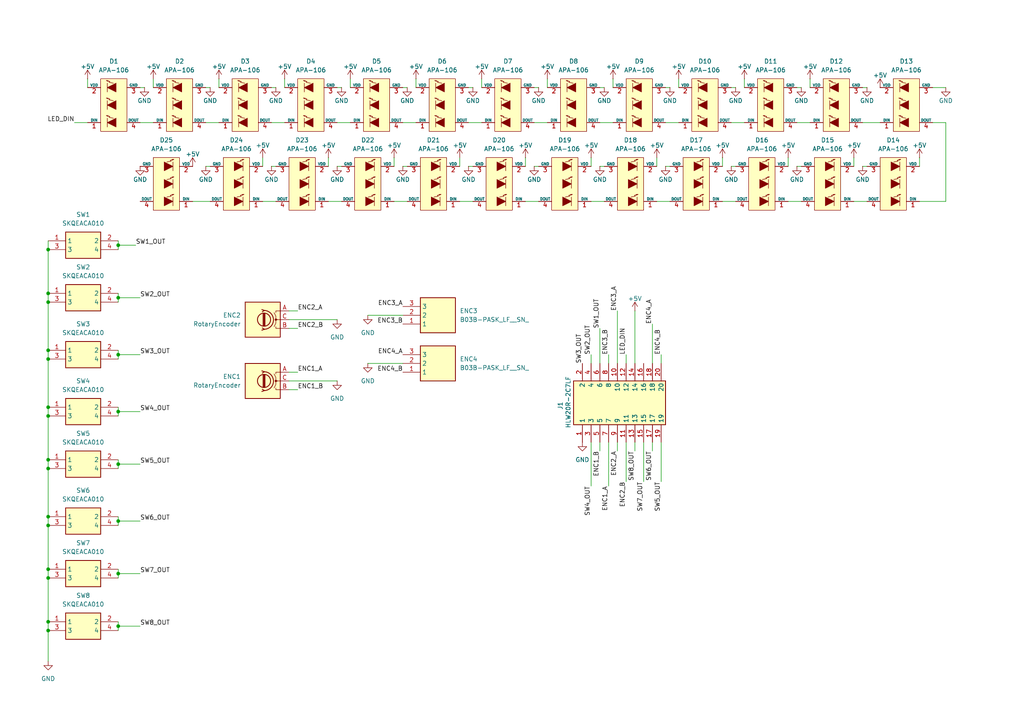
<source format=kicad_sch>
(kicad_sch (version 20250114) (generator "eeschema") (generator_version "9.0")
  (paper "A4")
  (lib_symbols
    (symbol "Device:RotaryEncoder" (pin_names (offset 0.254) (hide yes))
      (property "Reference" "SW" (at 0 6.604 0))
      (property "Value" "RotaryEncoder" (at 0 -6.604 0))
      (symbol "RotaryEncoder_0_1"
        (rectangle (start -5.08 5.08) (end 5.08 -5.08) (stroke (width 0.254)) (fill (type background)))
        (polyline (pts (xy -5.08 2.54) (xy -3.81 2.54) (xy -3.81 2.032)))
        (polyline (pts (xy -5.08 0) (xy -3.81 0) (xy -3.81 -1.016) (xy -3.302 -2.032)))
        (polyline (pts (xy -5.08 -2.54) (xy -3.81 -2.54) (xy -3.81 -2.032)))
        (polyline (pts (xy -4.318 0) (xy -3.81 0) (xy -3.81 1.016) (xy -3.302 2.032)))
        (circle (center -3.81 0) (radius 0.254) (fill (type outline)))
        (polyline (pts (xy -0.635 -1.778) (xy -0.635 1.778)) (stroke (width 0.254)))
        (circle (center -0.381 0) (radius 1.905) (stroke (width 0.254)))
        (polyline (pts (xy -0.381 -1.778) (xy -0.381 1.778)) (stroke (width 0.254)))
        (arc (start -0.381 -2.794) (mid -3.0988 -0.0635) (end -0.381 2.667) (stroke (width 0.254)))
        (polyline (pts (xy -0.127 1.778) (xy -0.127 -1.778)) (stroke (width 0.254)))
        (polyline (pts (xy 0.254 2.921) (xy -0.508 2.667) (xy 0.127 2.286)) (stroke (width 0.254)))
        (polyline (pts (xy 0.254 -3.048) (xy -0.508 -2.794) (xy 0.127 -2.413)) (stroke (width 0.254)))
      )
      (symbol "RotaryEncoder_1_1"
        (pin passive line (at -7.62 2.54 0) (length 2.54) (name "A") (number "A"))
        (pin passive line (at -7.62 0 0) (length 2.54) (name "C") (number "C"))
        (pin passive line (at -7.62 -2.54 0) (length 2.54) (name "B") (number "B"))
      )
    )
    (symbol "SamacSys_Parts:APA-106" (pin_names (offset 0))
      (property "Reference" "D" (at 0 8.89 0))
      (property "Value" "APA-106" (at 0 -8.89 0))
      (symbol "APA-106_0_1"
        (polyline (pts (xy -1.905 6.35) (xy -1.905 3.81) (xy -1.905 3.81)))
        (polyline (pts (xy -1.905 1.27) (xy -1.905 -1.27) (xy -1.905 -1.27)))
        (polyline (pts (xy -1.905 -3.81) (xy -1.905 -6.35) (xy -1.905 -6.35)))
        (polyline (pts (xy -1.651 7.112) (xy -2.159 7.112) (xy -1.651 6.858) (xy -1.651 6.858)))
        (polyline (pts (xy -1.651 2.032) (xy -2.159 2.032) (xy -1.651 1.778) (xy -1.651 1.778)))
        (polyline (pts (xy -1.651 -3.048) (xy -2.159 -3.048) (xy -1.651 -3.302) (xy -1.651 -3.302)))
        (polyline (pts (xy -0.127 6.35) (xy -1.397 6.604) (xy -1.143 6.858) (xy -2.159 7.112) (xy -2.159 7.112) (xy -2.159 7.112)))
        (polyline (pts (xy -0.127 1.27) (xy -1.397 1.524) (xy -1.143 1.778) (xy -2.159 2.032) (xy -2.159 2.032) (xy -2.159 2.032)))
        (polyline (pts (xy -0.127 -3.81) (xy -1.397 -3.556) (xy -1.143 -3.302) (xy -2.159 -3.048) (xy -2.159 -3.048) (xy -2.159 -3.048)))
        (polyline (pts (xy 0.635 6.35) (xy 0.635 3.81) (xy -1.905 5.08) (xy 0.635 6.35) (xy 0.635 6.35) (xy 0.635 6.35)) (fill (type outline)))
        (polyline (pts (xy 0.635 1.27) (xy 0.635 -1.27) (xy -1.905 0) (xy 0.635 1.27) (xy 0.635 1.27) (xy 0.635 1.27)) (fill (type outline)))
        (polyline (pts (xy 0.635 -3.81) (xy 0.635 -6.35) (xy -1.905 -5.08) (xy 0.635 -3.81) (xy 0.635 -3.81) (xy 0.635 -3.81)) (fill (type outline)))
        (rectangle (start 3.81 7.62) (end -3.81 -7.62) (fill (type background)))
      )
      (symbol "APA-106_1_1"
        (pin passive line (at -7.62 5.08 0) (length 3.81) (name "VDD") (number "2"))
        (pin input line (at -7.62 -5.08 0) (length 3.81) (name "DIN") (number "1"))
        (pin passive line (at 7.62 5.08 180) (length 3.81) (name "GND") (number "3"))
        (pin output line (at 7.62 -5.08 180) (length 3.81) (name "DOUT") (number "4"))
      )
    )
    (symbol "SamacSys_Parts:B03B-PASK_LF__SN_"
      (property "Reference" "J" (at 16.51 7.62 0))
      (property "Value" "B03B-PASK_LF__SN_" (at 16.51 5.08 0))
      (symbol "B03B-PASK_LF__SN__1_1"
        (rectangle (start 5.08 2.54) (end 15.24 -7.62) (stroke (width 0.254)) (fill (type background)))
        (pin passive line (at 0 0 0) (length 5.08) (name "3") (number "3"))
        (pin passive line (at 0 -2.54 0) (length 5.08) (name "2") (number "2"))
        (pin passive line (at 0 -5.08 0) (length 5.08) (name "1") (number "1"))
      )
    )
    (symbol "SamacSys_Parts:HLW20R-2C7LF"
      (property "Reference" "J" (at 9.398 7.112 0))
      (property "Value" "HLW20R-2C7LF" (at 4.064 4.826 0))
      (symbol "HLW20R-2C7LF_1_1"
        (rectangle (start 5.08 2.54) (end 17.78 -24.13) (stroke (width 0.254)) (fill (type background)))
        (pin passive line (at 0 0 0) (length 5.08) (name "1") (number "1"))
        (pin passive line (at 0 -2.54 0) (length 5.08) (name "3") (number "3"))
        (pin passive line (at 0 -5.08 0) (length 5.08) (name "5") (number "5"))
        (pin passive line (at 0 -7.62 0) (length 5.08) (name "7") (number "7"))
        (pin passive line (at 0 -10.16 0) (length 5.08) (name "9") (number "9"))
        (pin passive line (at 0 -12.7 0) (length 5.08) (name "11") (number "11"))
        (pin passive line (at 0 -15.24 0) (length 5.08) (name "13") (number "13"))
        (pin passive line (at 0 -17.78 0) (length 5.08) (name "15") (number "15"))
        (pin input line (at 0 -20.32 0) (length 5.08) (name "17") (number "17"))
        (pin input line (at 0 -22.86 0) (length 5.08) (name "19") (number "19"))
        (pin passive line (at 22.86 0 180) (length 5.08) (name "2") (number "2"))
        (pin passive line (at 22.86 -2.54 180) (length 5.08) (name "4") (number "4"))
        (pin passive line (at 22.86 -5.08 180) (length 5.08) (name "6") (number "6"))
        (pin passive line (at 22.86 -7.62 180) (length 5.08) (name "8") (number "8"))
        (pin passive line (at 22.86 -10.16 180) (length 5.08) (name "10") (number "10"))
        (pin passive line (at 22.86 -12.7 180) (length 5.08) (name "12") (number "12"))
        (pin passive line (at 22.86 -15.24 180) (length 5.08) (name "14") (number "14"))
        (pin passive line (at 22.86 -17.78 180) (length 5.08) (name "16") (number "16"))
        (pin input line (at 22.86 -20.32 180) (length 5.08) (name "18") (number "18"))
        (pin input line (at 22.86 -22.86 180) (length 5.08) (name "20") (number "20"))
      )
    )
    (symbol "SamacSys_Parts:SKQEACA010"
      (property "Reference" "SW" (at 8.89 6.35 0))
      (property "Value" "SKQEACA010" (at 4.572 4.318 0))
      (symbol "SKQEACA010_1_1"
        (rectangle (start 5.08 2.54) (end 15.24 -5.08) (stroke (width 0.254)) (fill (type background)))
        (pin passive line (at 0 0 0) (length 5.08) (name "1") (number "1"))
        (pin passive line (at 0 -2.54 0) (length 5.08) (name "3") (number "3"))
        (pin passive line (at 20.32 0 180) (length 5.08) (name "2") (number "2"))
        (pin passive line (at 20.32 -2.54 180) (length 5.08) (name "4") (number "4"))
      )
    )
    (symbol "power:+5V" (power) (pin_numbers (hide yes)) (pin_names (offset 0) (hide yes))
      (property "Value" "+5V" (at 0 3.556 0))
      (symbol "+5V_0_1"
        (polyline (pts (xy -0.762 1.27) (xy 0 2.54)))
        (polyline (pts (xy 0 2.54) (xy 0.762 1.27)))
        (polyline (pts (xy 0 0) (xy 0 2.54)))
      )
      (symbol "+5V_1_1"
        (pin power_in line (at 0 0 90) (length 0) (name "~") (number "1"))
      )
    )
    (symbol "power:GND" (power) (pin_numbers (hide yes)) (pin_names (offset 0) (hide yes))
      (property "Value" "GND" (at 0 -3.81 0))
      (symbol "GND_0_1"
        (polyline (pts (xy 0 0) (xy 0 -1.27) (xy 1.27 -1.27) (xy 0 -2.54) (xy -1.27 -1.27) (xy 0 -1.27)))
      )
      (symbol "GND_1_1"
        (pin power_in line (at 0 0 270) (length 0) (name "~") (number "1"))
      )
    )
  )
  (junction (at 13.97 180.34))
  (junction (at 34.29 102.87))
  (junction (at 13.97 149.86))
  (junction (at 13.97 182.88))
  (junction (at 34.29 71.12))
  (junction (at 13.97 87.63))
  (junction (at 34.29 119.38))
  (junction (at 13.97 101.6))
  (junction (at 13.97 152.4))
  (junction (at 13.97 118.11))
  (junction (at 34.29 86.36))
  (junction (at 13.97 85.09))
  (junction (at 13.97 135.89))
  (junction (at 13.97 165.1))
  (junction (at 13.97 167.64))
  (junction (at 34.29 134.62))
  (junction (at 34.29 151.13))
  (junction (at 13.97 133.35))
  (junction (at 13.97 104.14))
  (junction (at 34.29 181.61))
  (junction (at 13.97 120.65))
  (junction (at 13.97 72.39))
  (junction (at 34.29 166.37))
  (wire (pts (xy 173.99 48.26) (xy 175.26 48.26)))
  (wire (pts (xy 175.26 25.4) (xy 173.99 25.4)))
  (wire (pts (xy 82.55 22.86) (xy 82.55 25.4)))
  (wire (pts (xy 34.29 149.86) (xy 34.29 151.13)))
  (wire (pts (xy 209.55 45.72) (xy 209.55 48.26)))
  (wire (pts (xy 171.45 58.42) (xy 175.26 58.42)))
  (wire (pts (xy 213.36 25.4) (xy 212.09 25.4)))
  (wire (pts (xy 13.97 149.86) (xy 13.97 152.4)))
  (wire (pts (xy 181.61 102.87) (xy 181.61 105.41)))
  (wire (pts (xy 114.3 58.42) (xy 118.11 58.42)))
  (wire (pts (xy 34.29 180.34) (xy 34.29 181.61)))
  (wire (pts (xy 13.97 165.1) (xy 13.97 167.64)))
  (wire (pts (xy 34.29 102.87) (xy 40.64 102.87)))
  (wire (pts (xy 189.23 130.81) (xy 189.23 128.27)))
  (wire (pts (xy 191.77 128.27) (xy 191.77 139.7)))
  (wire (pts (xy 34.29 119.38) (xy 40.64 119.38)))
  (wire (pts (xy 251.46 25.4) (xy 250.19 25.4)))
  (wire (pts (xy 13.97 133.35) (xy 13.97 135.89)))
  (wire (pts (xy 34.29 134.62) (xy 34.29 135.89)))
  (wire (pts (xy 231.14 48.26) (xy 232.41 48.26)))
  (wire (pts (xy 34.29 166.37) (xy 34.29 167.64)))
  (wire (pts (xy 152.4 45.72) (xy 152.4 48.26)))
  (wire (pts (xy 171.45 128.27) (xy 171.45 140.97)))
  (wire (pts (xy 59.69 35.56) (xy 63.5 35.56)))
  (wire (pts (xy 184.15 90.17) (xy 184.15 105.41)))
  (wire (pts (xy 184.15 128.27) (xy 184.15 130.81)))
  (wire (pts (xy 176.53 128.27) (xy 176.53 140.97)))
  (wire (pts (xy 106.68 91.44) (xy 116.84 91.44)))
  (wire (pts (xy 209.55 58.42) (xy 213.36 58.42)))
  (wire (pts (xy 190.5 58.42) (xy 194.31 58.42)))
  (wire (pts (xy 76.2 58.42) (xy 80.01 58.42)))
  (wire (pts (xy 13.97 135.89) (xy 13.97 149.86)))
  (wire (pts (xy 34.29 118.11) (xy 34.29 119.38)))
  (wire (pts (xy 34.29 134.62) (xy 40.64 134.62)))
  (wire (pts (xy 34.29 165.1) (xy 34.29 166.37)))
  (wire (pts (xy 97.79 35.56) (xy 101.6 35.56)))
  (wire (pts (xy 191.77 102.87) (xy 191.77 105.41)))
  (wire (pts (xy 139.7 22.86) (xy 139.7 25.4)))
  (wire (pts (xy 34.29 102.87) (xy 34.29 104.14)))
  (wire (pts (xy 118.11 25.4) (xy 116.84 25.4)))
  (wire (pts (xy 274.32 58.42) (xy 266.7 58.42)))
  (wire (pts (xy 154.94 48.26) (xy 156.21 48.26)))
  (wire (pts (xy 83.82 90.17) (xy 86.36 90.17)))
  (wire (pts (xy 270.51 35.56) (xy 274.32 35.56)))
  (wire (pts (xy 212.09 35.56) (xy 215.9 35.56)))
  (wire (pts (xy 135.89 48.26) (xy 137.16 48.26)))
  (wire (pts (xy 78.74 48.26) (xy 80.01 48.26)))
  (wire (pts (xy 34.29 119.38) (xy 34.29 120.65)))
  (wire (pts (xy 97.79 92.71) (xy 83.82 92.71)))
  (wire (pts (xy 34.29 181.61) (xy 40.64 181.61)))
  (wire (pts (xy 173.99 35.56) (xy 177.8 35.56)))
  (wire (pts (xy 13.97 85.09) (xy 13.97 87.63)))
  (wire (pts (xy 55.88 58.42) (xy 60.96 58.42)))
  (wire (pts (xy 13.97 152.4) (xy 13.97 165.1)))
  (wire (pts (xy 152.4 58.42) (xy 156.21 58.42)))
  (wire (pts (xy 59.69 48.26) (xy 60.96 48.26)))
  (wire (pts (xy 44.45 22.86) (xy 44.45 25.4)))
  (wire (pts (xy 101.6 22.86) (xy 101.6 25.4)))
  (wire (pts (xy 13.97 120.65) (xy 13.97 133.35)))
  (wire (pts (xy 83.82 113.03) (xy 86.36 113.03)))
  (wire (pts (xy 181.61 128.27) (xy 181.61 139.7)))
  (wire (pts (xy 179.07 90.17) (xy 179.07 105.41)))
  (wire (pts (xy 171.45 102.87) (xy 171.45 105.41)))
  (wire (pts (xy 13.97 87.63) (xy 13.97 101.6)))
  (wire (pts (xy 120.65 22.86) (xy 120.65 25.4)))
  (wire (pts (xy 13.97 167.64) (xy 13.97 180.34)))
  (wire (pts (xy 190.5 45.72) (xy 190.5 48.26)))
  (wire (pts (xy 228.6 58.42) (xy 232.41 58.42)))
  (wire (pts (xy 13.97 69.85) (xy 13.97 72.39)))
  (wire (pts (xy 13.97 180.34) (xy 13.97 182.88)))
  (wire (pts (xy 177.8 22.86) (xy 177.8 25.4)))
  (wire (pts (xy 266.7 45.72) (xy 266.7 48.26)))
  (wire (pts (xy 194.31 25.4) (xy 193.04 25.4)))
  (wire (pts (xy 193.04 48.26) (xy 194.31 48.26)))
  (wire (pts (xy 13.97 182.88) (xy 13.97 191.77)))
  (wire (pts (xy 232.41 25.4) (xy 231.14 25.4)))
  (wire (pts (xy 13.97 118.11) (xy 13.97 120.65)))
  (wire (pts (xy 247.65 58.42) (xy 251.46 58.42)))
  (wire (pts (xy 34.29 71.12) (xy 34.29 72.39)))
  (wire (pts (xy 176.53 102.87) (xy 176.53 105.41)))
  (wire (pts (xy 193.04 35.56) (xy 196.85 35.56)))
  (wire (pts (xy 215.9 22.86) (xy 215.9 25.4)))
  (wire (pts (xy 189.23 93.98) (xy 189.23 105.41)))
  (wire (pts (xy 186.69 128.27) (xy 186.69 139.7)))
  (wire (pts (xy 25.4 22.86) (xy 25.4 25.4)))
  (wire (pts (xy 13.97 101.6) (xy 13.97 104.14)))
  (wire (pts (xy 137.16 25.4) (xy 135.89 25.4)))
  (wire (pts (xy 99.06 25.4) (xy 97.79 25.4)))
  (wire (pts (xy 250.19 48.26) (xy 251.46 48.26)))
  (wire (pts (xy 34.29 181.61) (xy 34.29 182.88)))
  (wire (pts (xy 133.35 45.72) (xy 133.35 48.26)))
  (wire (pts (xy 13.97 104.14) (xy 13.97 118.11)))
  (wire (pts (xy 80.01 25.4) (xy 78.74 25.4)))
  (wire (pts (xy 116.84 35.56) (xy 120.65 35.56)))
  (wire (pts (xy 133.35 58.42) (xy 137.16 58.42)))
  (wire (pts (xy 196.85 22.86) (xy 196.85 25.4)))
  (wire (pts (xy 97.79 48.26) (xy 99.06 48.26)))
  (wire (pts (xy 83.82 95.25) (xy 86.36 95.25)))
  (wire (pts (xy 179.07 128.27) (xy 179.07 130.81)))
  (wire (pts (xy 34.29 151.13) (xy 40.64 151.13)))
  (wire (pts (xy 41.91 25.4) (xy 40.64 25.4)))
  (wire (pts (xy 231.14 35.56) (xy 234.95 35.56)))
  (wire (pts (xy 76.2 45.72) (xy 76.2 48.26)))
  (wire (pts (xy 274.32 25.4) (xy 270.51 25.4)))
  (wire (pts (xy 158.75 22.86) (xy 158.75 25.4)))
  (wire (pts (xy 228.6 45.72) (xy 228.6 48.26)))
  (wire (pts (xy 34.29 85.09) (xy 34.29 86.36)))
  (wire (pts (xy 234.95 22.86) (xy 234.95 25.4)))
  (wire (pts (xy 34.29 71.12) (xy 39.37 71.12)))
  (wire (pts (xy 274.32 35.56) (xy 274.32 58.42)))
  (wire (pts (xy 171.45 45.72) (xy 171.45 48.26)))
  (wire (pts (xy 34.29 69.85) (xy 34.29 71.12)))
  (wire (pts (xy 83.82 107.95) (xy 86.36 107.95)))
  (wire (pts (xy 34.29 101.6) (xy 34.29 102.87)))
  (wire (pts (xy 247.65 45.72) (xy 247.65 48.26)))
  (wire (pts (xy 114.3 45.72) (xy 114.3 48.26)))
  (wire (pts (xy 116.84 48.26) (xy 118.11 48.26)))
  (wire (pts (xy 154.94 35.56) (xy 158.75 35.56)))
  (wire (pts (xy 212.09 48.26) (xy 213.36 48.26)))
  (wire (pts (xy 173.99 95.25) (xy 173.99 105.41)))
  (wire (pts (xy 250.19 35.56) (xy 255.27 35.56)))
  (wire (pts (xy 34.29 86.36) (xy 34.29 87.63)))
  (wire (pts (xy 135.89 35.56) (xy 139.7 35.56)))
  (wire (pts (xy 13.97 72.39) (xy 13.97 85.09)))
  (wire (pts (xy 78.74 35.56) (xy 82.55 35.56)))
  (wire (pts (xy 34.29 151.13) (xy 34.29 152.4)))
  (wire (pts (xy 34.29 166.37) (xy 40.64 166.37)))
  (wire (pts (xy 34.29 86.36) (xy 40.64 86.36)))
  (wire (pts (xy 106.68 105.41) (xy 116.84 105.41)))
  (wire (pts (xy 95.25 58.42) (xy 99.06 58.42)))
  (wire (pts (xy 173.99 128.27) (xy 173.99 130.81)))
  (wire (pts (xy 21.59 35.56) (xy 25.4 35.56)))
  (wire (pts (xy 34.29 133.35) (xy 34.29 134.62)))
  (wire (pts (xy 63.5 22.86) (xy 63.5 25.4)))
  (wire (pts (xy 156.21 25.4) (xy 154.94 25.4)))
  (wire (pts (xy 95.25 45.72) (xy 95.25 48.26)))
  (wire (pts (xy 40.64 35.56) (xy 44.45 35.56)))
  (wire (pts (xy 60.96 25.4) (xy 59.69 25.4)))
  (wire (pts (xy 97.79 110.49) (xy 83.82 110.49)))
  (label "SW4_OUT" (at 40.64 119.38 0))
  (label "ENC1_B" (at 86.36 113.03 0))
  (label "ENC4_A" (at 189.23 93.98 90))
  (label "ENC3_A" (at 179.07 90.17 90))
  (label "SW2_OUT" (at 40.64 86.36 0))
  (label "SW3_OUT" (at 168.91 105.41 90))
  (label "SW2_OUT" (at 171.45 102.87 90))
  (label "ENC3_B" (at 176.53 102.87 90))
  (label "SW7_OUT" (at 186.69 139.7 270))
  (label "ENC2_A" (at 86.36 90.17 0))
  (label "SW5_OUT" (at 40.64 134.62 0))
  (label "SW4_OUT" (at 171.45 140.97 270))
  (label "SW1_OUT" (at 39.37 71.12 0))
  (label "SW6_OUT" (at 40.64 151.13 0))
  (label "SW7_OUT" (at 40.64 166.37 0))
  (label "ENC3_B" (at 116.84 93.98 180))
  (label "LED_DIN" (at 21.59 35.56 180))
  (label "ENC1_A" (at 176.53 140.97 270))
  (label "ENC2_B" (at 181.61 139.7 270))
  (label "SW3_OUT" (at 40.64 102.87 0))
  (label "ENC2_B" (at 86.36 95.25 0))
  (label "ENC1_B" (at 173.99 130.81 270))
  (label "ENC4_B" (at 116.84 107.95 180))
  (label "ENC2_A" (at 179.07 130.81 270))
  (label "LED_DIN" (at 181.61 102.87 90))
  (label "SW1_OUT" (at 173.99 95.25 90))
  (label "SW5_OUT" (at 191.77 139.7 270))
  (label "ENC3_A" (at 116.84 88.9 180))
  (label "SW8_OUT" (at 40.64 181.61 0))
  (label "ENC4_B" (at 191.77 102.87 90))
  (label "ENC4_A" (at 116.84 102.87 180))
  (label "ENC1_A" (at 86.36 107.95 0))
  (label "SW8_OUT" (at 184.15 130.81 270))
  (label "SW6_OUT" (at 189.23 130.81 270))
  (symbol (lib_id "power:+5V") (at 266.7 45.72 0) (mirror y) (unit 1)
    (property "Reference" "#PWR027" (effects (hide yes)))
    (property "Value" "+5V" (at 266.7 42.164 0))
    (property "Description" "Power symbol creates a global label with name \"+5V\"" (effects (hide yes)))
  )
  (symbol (lib_id "power:GND") (at 135.89 48.26 0) (mirror y) (unit 1)
    (property "Reference" "#PWR040" (effects (hide yes)))
    (property "Value" "GND" (at 135.89 52.07 0))
    (property "Description" "Power symbol creates a global label with name \"GND\" , ground" (effects (hide yes)))
  )
  (symbol (lib_id "power:+5V") (at 215.9 22.86 0) (unit 1)
    (property "Reference" "#PWR022" (effects (hide yes)))
    (property "Value" "+5V" (at 215.9 19.304 0))
    (property "Description" "Power symbol creates a global label with name \"+5V\"" (effects (hide yes)))
  )
  (symbol (lib_id "power:GND") (at 97.79 48.26 0) (mirror y) (unit 1)
    (property "Reference" "#PWR044" (effects (hide yes)))
    (property "Value" "GND" (at 97.79 52.07 0))
    (property "Description" "Power symbol creates a global label with name \"GND\" , ground" (effects (hide yes)))
  )
  (symbol (lib_id "SamacSys_Parts:APA-106") (at 262.89 30.48 0) (unit 1)
    (property "Reference" "D13" (at 262.89 17.78 0))
    (property "Value" "APA-106" (at 262.89 20.32 0))
    (property "Footprint" "SamacSys_Parts:APA-106-F5" (effects (hide yes)))
  )
  (symbol (lib_id "power:GND") (at 251.46 25.4 0) (unit 1)
    (property "Reference" "#PWR025" (effects (hide yes)))
    (property "Value" "GND" (at 251.46 29.21 0))
    (property "Description" "Power symbol creates a global label with name \"GND\" , ground" (effects (hide yes)))
  )
  (symbol (lib_id "power:GND") (at 106.68 91.44 0) (unit 1)
    (property "Reference" "#PWR058" (effects (hide yes)))
    (property "Value" "GND" (at 106.68 96.52 0))
    (property "Description" "Power symbol creates a global label with name \"GND\" , ground" (effects (hide yes)))
  )
  (symbol (lib_id "SamacSys_Parts:APA-106") (at 68.58 53.34 0) (mirror y) (unit 1)
    (property "Reference" "D24" (at 68.58 40.64 0))
    (property "Value" "APA-106" (at 68.58 43.18 0))
    (property "Footprint" "SamacSys_Parts:APA-106-F5" (effects (hide yes)))
  )
  (symbol (lib_id "power:+5V") (at 95.25 45.72 0) (mirror y) (unit 1)
    (property "Reference" "#PWR045" (effects (hide yes)))
    (property "Value" "+5V" (at 95.25 42.164 0))
    (property "Description" "Power symbol creates a global label with name \"+5V\"" (effects (hide yes)))
  )
  (symbol (lib_id "power:GND") (at 173.99 48.26 0) (mirror y) (unit 1)
    (property "Reference" "#PWR036" (effects (hide yes)))
    (property "Value" "GND" (at 173.99 52.07 0))
    (property "Description" "Power symbol creates a global label with name \"GND\" , ground" (effects (hide yes)))
  )
  (symbol (lib_id "SamacSys_Parts:APA-106") (at 185.42 30.48 0) (unit 1)
    (property "Reference" "D9" (at 185.42 17.78 0))
    (property "Value" "APA-106" (at 185.42 20.32 0))
    (property "Footprint" "SamacSys_Parts:APA-106-F5" (effects (hide yes)))
  )
  (symbol (lib_id "power:+5V") (at 228.6 45.72 0) (mirror y) (unit 1)
    (property "Reference" "#PWR031" (effects (hide yes)))
    (property "Value" "+5V" (at 228.6 42.164 0))
    (property "Description" "Power symbol creates a global label with name \"+5V\"" (effects (hide yes)))
  )
  (symbol (lib_id "power:GND") (at 13.97 191.77 0) (unit 1)
    (property "Reference" "#PWR01" (effects (hide yes)))
    (property "Value" "GND" (at 13.97 196.85 0))
    (property "Description" "Power symbol creates a global label with name \"GND\" , ground" (effects (hide yes)))
  )
  (symbol (lib_id "SamacSys_Parts:SKQEACA010") (at 13.97 133.35 0) (unit 1)
    (property "Reference" "SW5" (at 24.13 125.73 0))
    (property "Value" "SKQEACA010" (at 24.13 128.27 0))
    (property "Footprint" "SamacSys_Parts:SKQEACA010" (effects (hide yes)))
    (property "Datasheet" "https://www.arrow.com/en/products/skqeaca010/alps-electric" (effects (hide yes)))
    (property "Description" "Red Cap Tactile Switch, SPST-NO 50 mA 3mm Snap-In" (effects (hide yes)))
    (property "Height" "7.3" (effects (hide yes)))
    (property "Mouser Part Number" "688-SKQEAC" (effects (hide yes)))
    (property "Mouser Price/Stock" "https://www.mouser.co.uk/ProductDetail/Alps-Alpine/SKQEACA010?qs=N5Jky1br14MVVrV91Vkd0w%3D%3D" (effects (hide yes)))
    (property "Manufacturer_Name" "ALPS Electric" (effects (hide yes)))
    (property "Manufacturer_Part_Number" "SKQEACA010" (effects (hide yes)))
  )
  (symbol (lib_id "SamacSys_Parts:APA-106") (at 182.88 53.34 0) (mirror y) (unit 1)
    (property "Reference" "D18" (at 182.88 40.64 0))
    (property "Value" "APA-106" (at 182.88 43.18 0))
    (property "Footprint" "SamacSys_Parts:APA-106-F5" (effects (hide yes)))
  )
  (symbol (lib_id "SamacSys_Parts:SKQEACA010") (at 13.97 180.34 0) (unit 1)
    (property "Reference" "SW8" (at 24.13 172.72 0))
    (property "Value" "SKQEACA010" (at 24.13 175.26 0))
    (property "Footprint" "SamacSys_Parts:SKQEACA010" (effects (hide yes)))
    (property "Datasheet" "https://www.arrow.com/en/products/skqeaca010/alps-electric" (effects (hide yes)))
    (property "Description" "Red Cap Tactile Switch, SPST-NO 50 mA 3mm Snap-In" (effects (hide yes)))
    (property "Height" "7.3" (effects (hide yes)))
    (property "Mouser Part Number" "688-SKQEAC" (effects (hide yes)))
    (property "Mouser Price/Stock" "https://www.mouser.co.uk/ProductDetail/Alps-Alpine/SKQEACA010?qs=N5Jky1br14MVVrV91Vkd0w%3D%3D" (effects (hide yes)))
    (property "Manufacturer_Name" "ALPS Electric" (effects (hide yes)))
    (property "Manufacturer_Part_Number" "SKQEACA010" (effects (hide yes)))
  )
  (symbol (lib_id "SamacSys_Parts:SKQEACA010") (at 13.97 101.6 0) (unit 1)
    (property "Reference" "SW3" (at 24.13 93.98 0))
    (property "Value" "SKQEACA010" (at 24.13 96.52 0))
    (property "Footprint" "SamacSys_Parts:SKQEACA010" (effects (hide yes)))
    (property "Datasheet" "https://www.arrow.com/en/products/skqeaca010/alps-electric" (effects (hide yes)))
    (property "Description" "Red Cap Tactile Switch, SPST-NO 50 mA 3mm Snap-In" (effects (hide yes)))
    (property "Height" "7.3" (effects (hide yes)))
    (property "Mouser Part Number" "688-SKQEAC" (effects (hide yes)))
    (property "Mouser Price/Stock" "https://www.mouser.co.uk/ProductDetail/Alps-Alpine/SKQEACA010?qs=N5Jky1br14MVVrV91Vkd0w%3D%3D" (effects (hide yes)))
    (property "Manufacturer_Name" "ALPS Electric" (effects (hide yes)))
    (property "Manufacturer_Part_Number" "SKQEACA010" (effects (hide yes)))
  )
  (symbol (lib_id "power:GND") (at 231.14 48.26 0) (mirror y) (unit 1)
    (property "Reference" "#PWR030" (effects (hide yes)))
    (property "Value" "GND" (at 231.14 52.07 0))
    (property "Description" "Power symbol creates a global label with name \"GND\" , ground" (effects (hide yes)))
  )
  (symbol (lib_id "SamacSys_Parts:APA-106") (at 33.02 30.48 0) (unit 1)
    (property "Reference" "D1" (at 33.02 17.78 0))
    (property "Value" "APA-106" (at 33.02 20.32 0))
    (property "Footprint" "SamacSys_Parts:APA-106-F5" (effects (hide yes)))
  )
  (symbol (lib_id "SamacSys_Parts:B03B-PASK_LF__SN_") (at 116.84 102.87 0) (unit 1)
    (property "Reference" "ENC4" (at 133.35 104.1399 0) (effects (justify left)))
    (property "Value" "B03B-PASK_LF__SN_" (at 133.35 106.6799 0) (effects (justify left)))
    (property "Footprint" "SamacSys_Parts:B03BPASKLFSN" (effects (hide yes)))
    (property "Datasheet" "https://datasheet.datasheetarchive.com/originals/dk/DKDS41/DSANUWW0025340.pdf" (effects (hide yes)))
    (property "Description" "Conn Shrouded Header HDR 3 POS 2mm Solder ST Thru-Hole Box" (effects (hide yes)))
    (property "Height" "7.7" (effects (hide yes)))
    (property "Mouser Part Number" "306-B03BPASKLFSN" (effects (hide yes)))
    (property "Mouser Price/Stock" "https://www.mouser.co.uk/ProductDetail/JST-Commercial/B03B-PASKLFSN?qs=QpmGXVUTftHwlNv739vgBQ%3D%3D" (effects (hide yes)))
    (property "Manufacturer_Name" "JST (JAPAN SOLDERLESS TERMINALS)" (effects (hide yes)))
    (property "Manufacturer_Part_Number" "B03B-PASK(LF)(SN)" (effects (hide yes)))
  )
  (symbol (lib_id "power:GND") (at 212.09 48.26 0) (mirror y) (unit 1)
    (property "Reference" "#PWR032" (effects (hide yes)))
    (property "Value" "GND" (at 212.09 52.07 0))
    (property "Description" "Power symbol creates a global label with name \"GND\" , ground" (effects (hide yes)))
  )
  (symbol (lib_id "power:GND") (at 175.26 25.4 0) (unit 1)
    (property "Reference" "#PWR017" (effects (hide yes)))
    (property "Value" "GND" (at 175.26 29.21 0))
    (property "Description" "Power symbol creates a global label with name \"GND\" , ground" (effects (hide yes)))
  )
  (symbol (lib_id "SamacSys_Parts:SKQEACA010") (at 13.97 85.09 0) (unit 1)
    (property "Reference" "SW2" (at 24.13 77.47 0))
    (property "Value" "SKQEACA010" (at 24.13 80.01 0))
    (property "Footprint" "SamacSys_Parts:SKQEACA010" (effects (hide yes)))
    (property "Datasheet" "https://www.arrow.com/en/products/skqeaca010/alps-electric" (effects (hide yes)))
    (property "Description" "Red Cap Tactile Switch, SPST-NO 50 mA 3mm Snap-In" (effects (hide yes)))
    (property "Height" "7.3" (effects (hide yes)))
    (property "Mouser Part Number" "688-SKQEAC" (effects (hide yes)))
    (property "Mouser Price/Stock" "https://www.mouser.co.uk/ProductDetail/Alps-Alpine/SKQEACA010?qs=N5Jky1br14MVVrV91Vkd0w%3D%3D" (effects (hide yes)))
    (property "Manufacturer_Name" "ALPS Electric" (effects (hide yes)))
    (property "Manufacturer_Part_Number" "SKQEACA010" (effects (hide yes)))
  )
  (symbol (lib_id "SamacSys_Parts:APA-106") (at 48.26 53.34 0) (mirror y) (unit 1)
    (property "Reference" "D25" (at 48.26 40.64 0))
    (property "Value" "APA-106" (at 48.26 43.18 0))
    (property "Footprint" "SamacSys_Parts:APA-106-F5" (effects (hide yes)))
  )
  (symbol (lib_id "power:GND") (at 97.79 92.71 0) (unit 1)
    (property "Reference" "#PWR052" (effects (hide yes)))
    (property "Value" "GND" (at 97.79 97.79 0))
    (property "Description" "Power symbol creates a global label with name \"GND\" , ground" (effects (hide yes)))
  )
  (symbol (lib_id "power:GND") (at 97.79 110.49 0) (unit 1)
    (property "Reference" "#PWR051" (effects (hide yes)))
    (property "Value" "GND" (at 97.79 115.57 0))
    (property "Description" "Power symbol creates a global label with name \"GND\" , ground" (effects (hide yes)))
  )
  (symbol (lib_id "power:GND") (at 194.31 25.4 0) (unit 1)
    (property "Reference" "#PWR019" (effects (hide yes)))
    (property "Value" "GND" (at 194.31 29.21 0))
    (property "Description" "Power symbol creates a global label with name \"GND\" , ground" (effects (hide yes)))
  )
  (symbol (lib_id "SamacSys_Parts:B03B-PASK_LF__SN_") (at 116.84 88.9 0) (unit 1)
    (property "Reference" "ENC3" (at 133.35 90.1699 0) (effects (justify left)))
    (property "Value" "B03B-PASK_LF__SN_" (at 133.35 92.7099 0) (effects (justify left)))
    (property "Footprint" "SamacSys_Parts:B03BPASKLFSN" (effects (hide yes)))
    (property "Datasheet" "https://datasheet.datasheetarchive.com/originals/dk/DKDS41/DSANUWW0025340.pdf" (effects (hide yes)))
    (property "Description" "Conn Shrouded Header HDR 3 POS 2mm Solder ST Thru-Hole Box" (effects (hide yes)))
    (property "Height" "7.7" (effects (hide yes)))
    (property "Mouser Part Number" "306-B03BPASKLFSN" (effects (hide yes)))
    (property "Mouser Price/Stock" "https://www.mouser.co.uk/ProductDetail/JST-Commercial/B03B-PASKLFSN?qs=QpmGXVUTftHwlNv739vgBQ%3D%3D" (effects (hide yes)))
    (property "Manufacturer_Name" "JST (JAPAN SOLDERLESS TERMINALS)" (effects (hide yes)))
    (property "Manufacturer_Part_Number" "B03B-PASK(LF)(SN)" (effects (hide yes)))
  )
  (symbol (lib_id "power:+5V") (at 247.65 45.72 0) (mirror y) (unit 1)
    (property "Reference" "#PWR029" (effects (hide yes)))
    (property "Value" "+5V" (at 247.65 42.164 0))
    (property "Description" "Power symbol creates a global label with name \"+5V\"" (effects (hide yes)))
  )
  (symbol (lib_id "SamacSys_Parts:APA-106") (at 52.07 30.48 0) (unit 1)
    (property "Reference" "D2" (at 52.07 17.78 0))
    (property "Value" "APA-106" (at 52.07 20.32 0))
    (property "Footprint" "SamacSys_Parts:APA-106-F5" (effects (hide yes)))
  )
  (symbol (lib_id "power:+5V") (at 133.35 45.72 0) (mirror y) (unit 1)
    (property "Reference" "#PWR041" (effects (hide yes)))
    (property "Value" "+5V" (at 133.35 42.164 0))
    (property "Description" "Power symbol creates a global label with name \"+5V\"" (effects (hide yes)))
  )
  (symbol (lib_id "SamacSys_Parts:SKQEACA010") (at 13.97 118.11 0) (unit 1)
    (property "Reference" "SW4" (at 24.13 110.49 0))
    (property "Value" "SKQEACA010" (at 24.13 113.03 0))
    (property "Footprint" "SamacSys_Parts:SKQEACA010" (effects (hide yes)))
    (property "Datasheet" "https://www.arrow.com/en/products/skqeaca010/alps-electric" (effects (hide yes)))
    (property "Description" "Red Cap Tactile Switch, SPST-NO 50 mA 3mm Snap-In" (effects (hide yes)))
    (property "Height" "7.3" (effects (hide yes)))
    (property "Mouser Part Number" "688-SKQEAC" (effects (hide yes)))
    (property "Mouser Price/Stock" "https://www.mouser.co.uk/ProductDetail/Alps-Alpine/SKQEACA010?qs=N5Jky1br14MVVrV91Vkd0w%3D%3D" (effects (hide yes)))
    (property "Manufacturer_Name" "ALPS Electric" (effects (hide yes)))
    (property "Manufacturer_Part_Number" "SKQEACA010" (effects (hide yes)))
  )
  (symbol (lib_id "power:GND") (at 59.69 48.26 0) (mirror y) (unit 1)
    (property "Reference" "#PWR048" (effects (hide yes)))
    (property "Value" "GND" (at 59.69 52.07 0))
    (property "Description" "Power symbol creates a global label with name \"GND\" , ground" (effects (hide yes)))
  )
  (symbol (lib_id "power:GND") (at 118.11 25.4 0) (unit 1)
    (property "Reference" "#PWR011" (effects (hide yes)))
    (property "Value" "GND" (at 118.11 29.21 0))
    (property "Description" "Power symbol creates a global label with name \"GND\" , ground" (effects (hide yes)))
  )
  (symbol (lib_id "SamacSys_Parts:APA-106") (at 109.22 30.48 0) (unit 1)
    (property "Reference" "D5" (at 109.22 17.78 0))
    (property "Value" "APA-106" (at 109.22 20.32 0))
    (property "Footprint" "SamacSys_Parts:APA-106-F5" (effects (hide yes)))
  )
  (symbol (lib_id "power:GND") (at 80.01 25.4 0) (unit 1)
    (property "Reference" "#PWR07" (effects (hide yes)))
    (property "Value" "GND" (at 80.01 29.21 0))
    (property "Description" "Power symbol creates a global label with name \"GND\" , ground" (effects (hide yes)))
  )
  (symbol (lib_id "power:GND") (at 193.04 48.26 0) (mirror y) (unit 1)
    (property "Reference" "#PWR034" (effects (hide yes)))
    (property "Value" "GND" (at 193.04 52.07 0))
    (property "Description" "Power symbol creates a global label with name \"GND\" , ground" (effects (hide yes)))
  )
  (symbol (lib_id "SamacSys_Parts:APA-106") (at 125.73 53.34 0) (mirror y) (unit 1)
    (property "Reference" "D21" (at 125.73 40.64 0))
    (property "Value" "APA-106" (at 125.73 43.18 0))
    (property "Footprint" "SamacSys_Parts:APA-106-F5" (effects (hide yes)))
  )
  (symbol (lib_id "power:+5V") (at 139.7 22.86 0) (unit 1)
    (property "Reference" "#PWR014" (effects (hide yes)))
    (property "Value" "+5V" (at 139.7 19.304 0))
    (property "Description" "Power symbol creates a global label with name \"+5V\"" (effects (hide yes)))
  )
  (symbol (lib_id "SamacSys_Parts:APA-106") (at 106.68 53.34 0) (mirror y) (unit 1)
    (property "Reference" "D22" (at 106.68 40.64 0))
    (property "Value" "APA-106" (at 106.68 43.18 0))
    (property "Footprint" "SamacSys_Parts:APA-106-F5" (effects (hide yes)))
  )
  (symbol (lib_id "power:+5V") (at 177.8 22.86 0) (unit 1)
    (property "Reference" "#PWR018" (effects (hide yes)))
    (property "Value" "+5V" (at 177.8 19.304 0))
    (property "Description" "Power symbol creates a global label with name \"+5V\"" (effects (hide yes)))
  )
  (symbol (lib_id "power:GND") (at 41.91 25.4 0) (unit 1)
    (property "Reference" "#PWR02" (effects (hide yes)))
    (property "Value" "GND" (at 41.91 29.21 0))
    (property "Description" "Power symbol creates a global label with name \"GND\" , ground" (effects (hide yes)))
  )
  (symbol (lib_id "SamacSys_Parts:APA-106") (at 223.52 30.48 0) (unit 1)
    (property "Reference" "D11" (at 223.52 17.78 0))
    (property "Value" "APA-106" (at 223.52 20.32 0))
    (property "Footprint" "SamacSys_Parts:APA-106-F5" (effects (hide yes)))
  )
  (symbol (lib_id "power:GND") (at 213.36 25.4 0) (unit 1)
    (property "Reference" "#PWR021" (effects (hide yes)))
    (property "Value" "GND" (at 213.36 29.21 0))
    (property "Description" "Power symbol creates a global label with name \"GND\" , ground" (effects (hide yes)))
  )
  (symbol (lib_id "power:+5V") (at 196.85 22.86 0) (unit 1)
    (property "Reference" "#PWR020" (effects (hide yes)))
    (property "Value" "+5V" (at 196.85 19.304 0))
    (property "Description" "Power symbol creates a global label with name \"+5V\"" (effects (hide yes)))
  )
  (symbol (lib_id "power:+5V") (at 255.27 25.4 0) (unit 1)
    (property "Reference" "#PWR053" (effects (hide yes)))
    (property "Value" "+5V" (at 255.27 21.844 0))
    (property "Description" "Power symbol creates a global label with name \"+5V\"" (effects (hide yes)))
  )
  (symbol (lib_id "power:GND") (at 78.74 48.26 0) (mirror y) (unit 1)
    (property "Reference" "#PWR046" (effects (hide yes)))
    (property "Value" "GND" (at 78.74 52.07 0))
    (property "Description" "Power symbol creates a global label with name \"GND\" , ground" (effects (hide yes)))
  )
  (symbol (lib_id "power:GND") (at 156.21 25.4 0) (unit 1)
    (property "Reference" "#PWR015" (effects (hide yes)))
    (property "Value" "GND" (at 156.21 29.21 0))
    (property "Description" "Power symbol creates a global label with name \"GND\" , ground" (effects (hide yes)))
  )
  (symbol (lib_id "SamacSys_Parts:SKQEACA010") (at 13.97 149.86 0) (unit 1)
    (property "Reference" "SW6" (at 24.13 142.24 0))
    (property "Value" "SKQEACA010" (at 24.13 144.78 0))
    (property "Footprint" "SamacSys_Parts:SKQEACA010" (effects (hide yes)))
    (property "Datasheet" "https://www.arrow.com/en/products/skqeaca010/alps-electric" (effects (hide yes)))
    (property "Description" "Red Cap Tactile Switch, SPST-NO 50 mA 3mm Snap-In" (effects (hide yes)))
    (property "Height" "7.3" (effects (hide yes)))
    (property "Mouser Part Number" "688-SKQEAC" (effects (hide yes)))
    (property "Mouser Price/Stock" "https://www.mouser.co.uk/ProductDetail/Alps-Alpine/SKQEACA010?qs=N5Jky1br14MVVrV91Vkd0w%3D%3D" (effects (hide yes)))
    (property "Manufacturer_Name" "ALPS Electric" (effects (hide yes)))
    (property "Manufacturer_Part_Number" "SKQEACA010" (effects (hide yes)))
  )
  (symbol (lib_id "power:GND") (at 250.19 48.26 0) (mirror y) (unit 1)
    (property "Reference" "#PWR028" (effects (hide yes)))
    (property "Value" "GND" (at 250.19 52.07 0))
    (property "Description" "Power symbol creates a global label with name \"GND\" , ground" (effects (hide yes)))
  )
  (symbol (lib_id "power:GND") (at 274.32 25.4 0) (unit 1)
    (property "Reference" "#PWR049" (effects (hide yes)))
    (property "Value" "GND" (at 274.32 29.21 0))
    (property "Description" "Power symbol creates a global label with name \"GND\" , ground" (effects (hide yes)))
  )
  (symbol (lib_id "power:GND") (at 40.64 48.26 0) (mirror y) (unit 1)
    (property "Reference" "#PWR026" (effects (hide yes)))
    (property "Value" "GND" (at 40.64 52.07 0))
    (property "Description" "Power symbol creates a global label with name \"GND\" , ground" (effects (hide yes)))
  )
  (symbol (lib_id "Device:RotaryEncoder") (at 76.2 110.49 0) (mirror y) (unit 1)
    (property "Reference" "ENC1" (at 69.85 109.2199 0) (effects (justify left)))
    (property "Value" "RotaryEncoder" (at 69.85 111.7599 0) (effects (justify left)))
    (property "Footprint" "SamacSys_Parts:288T Encoder" (effects (hide yes)))
    (property "Description" "Rotary encoder, dual channel, incremental quadrate outputs" (effects (hide yes)))
  )
  (symbol (lib_id "SamacSys_Parts:APA-106") (at 259.08 53.34 0) (mirror y) (unit 1)
    (property "Reference" "D14" (at 259.08 40.64 0))
    (property "Value" "APA-106" (at 259.08 43.18 0))
    (property "Footprint" "SamacSys_Parts:APA-106-F5" (effects (hide yes)))
  )
  (symbol (lib_id "power:+5V") (at 114.3 45.72 0) (mirror y) (unit 1)
    (property "Reference" "#PWR043" (effects (hide yes)))
    (property "Value" "+5V" (at 114.3 42.164 0))
    (property "Description" "Power symbol creates a global label with name \"+5V\"" (effects (hide yes)))
  )
  (symbol (lib_id "SamacSys_Parts:APA-106") (at 201.93 53.34 0) (mirror y) (unit 1)
    (property "Reference" "D17" (at 201.93 40.64 0))
    (property "Value" "APA-106" (at 201.93 43.18 0))
    (property "Footprint" "SamacSys_Parts:APA-106-F5" (effects (hide yes)))
  )
  (symbol (lib_id "SamacSys_Parts:APA-106") (at 240.03 53.34 0) (mirror y) (unit 1)
    (property "Reference" "D15" (at 240.03 40.64 0))
    (property "Value" "APA-106" (at 240.03 43.18 0))
    (property "Footprint" "SamacSys_Parts:APA-106-F5" (effects (hide yes)))
  )
  (symbol (lib_id "power:+5V") (at 101.6 22.86 0) (unit 1)
    (property "Reference" "#PWR010" (effects (hide yes)))
    (property "Value" "+5V" (at 101.6 19.304 0))
    (property "Description" "Power symbol creates a global label with name \"+5V\"" (effects (hide yes)))
  )
  (symbol (lib_id "power:GND") (at 154.94 48.26 0) (mirror y) (unit 1)
    (property "Reference" "#PWR038" (effects (hide yes)))
    (property "Value" "GND" (at 154.94 52.07 0))
    (property "Description" "Power symbol creates a global label with name \"GND\" , ground" (effects (hide yes)))
  )
  (symbol (lib_id "power:GND") (at 106.68 105.41 0) (unit 1)
    (property "Reference" "#PWR055" (effects (hide yes)))
    (property "Value" "GND" (at 106.68 110.49 0))
    (property "Description" "Power symbol creates a global label with name \"GND\" , ground" (effects (hide yes)))
  )
  (symbol (lib_id "power:GND") (at 232.41 25.4 0) (unit 1)
    (property "Reference" "#PWR023" (effects (hide yes)))
    (property "Value" "GND" (at 232.41 29.21 0))
    (property "Description" "Power symbol creates a global label with name \"GND\" , ground" (effects (hide yes)))
  )
  (symbol (lib_id "power:+5V") (at 76.2 45.72 0) (mirror y) (unit 1)
    (property "Reference" "#PWR047" (effects (hide yes)))
    (property "Value" "+5V" (at 76.2 42.164 0))
    (property "Description" "Power symbol creates a global label with name \"+5V\"" (effects (hide yes)))
  )
  (symbol (lib_id "SamacSys_Parts:APA-106") (at 163.83 53.34 0) (mirror y) (unit 1)
    (property "Reference" "D19" (at 163.83 40.64 0))
    (property "Value" "APA-106" (at 163.83 43.18 0))
    (property "Footprint" "SamacSys_Parts:APA-106-F5" (effects (hide yes)))
  )
  (symbol (lib_id "Device:RotaryEncoder") (at 76.2 92.71 0) (mirror y) (unit 1)
    (property "Reference" "ENC2" (at 69.85 91.4399 0) (effects (justify left)))
    (property "Value" "RotaryEncoder" (at 69.85 93.9799 0) (effects (justify left)))
    (property "Footprint" "SamacSys_Parts:288T Encoder" (effects (hide yes)))
    (property "Description" "Rotary encoder, dual channel, incremental quadrate outputs" (effects (hide yes)))
  )
  (symbol (lib_id "SamacSys_Parts:APA-106") (at 71.12 30.48 0) (unit 1)
    (property "Reference" "D3" (at 71.12 17.78 0))
    (property "Value" "APA-106" (at 71.12 20.32 0))
    (property "Footprint" "SamacSys_Parts:APA-106-F5" (effects (hide yes)))
  )
  (symbol (lib_id "power:+5V") (at 82.55 22.86 0) (unit 1)
    (property "Reference" "#PWR08" (effects (hide yes)))
    (property "Value" "+5V" (at 82.55 19.304 0))
    (property "Description" "Power symbol creates a global label with name \"+5V\"" (effects (hide yes)))
  )
  (symbol (lib_id "power:+5V") (at 44.45 22.86 0) (unit 1)
    (property "Reference" "#PWR04" (effects (hide yes)))
    (property "Value" "+5V" (at 44.45 19.304 0))
    (property "Description" "Power symbol creates a global label with name \"+5V\"" (effects (hide yes)))
  )
  (symbol (lib_id "SamacSys_Parts:APA-106") (at 220.98 53.34 0) (mirror y) (unit 1)
    (property "Reference" "D16" (at 220.98 40.64 0))
    (property "Value" "APA-106" (at 220.98 43.18 0))
    (property "Footprint" "SamacSys_Parts:APA-106-F5" (effects (hide yes)))
  )
  (symbol (lib_id "power:+5V") (at 25.4 22.86 0) (unit 1)
    (property "Reference" "#PWR03" (effects (hide yes)))
    (property "Value" "+5V" (at 25.4 19.304 0))
    (property "Description" "Power symbol creates a global label with name \"+5V\"" (effects (hide yes)))
  )
  (symbol (lib_id "power:+5V") (at 234.95 22.86 0) (unit 1)
    (property "Reference" "#PWR024" (effects (hide yes)))
    (property "Value" "+5V" (at 234.95 19.304 0))
    (property "Description" "Power symbol creates a global label with name \"+5V\"" (effects (hide yes)))
  )
  (symbol (lib_id "SamacSys_Parts:APA-106") (at 166.37 30.48 0) (unit 1)
    (property "Reference" "D8" (at 166.37 17.78 0))
    (property "Value" "APA-106" (at 166.37 20.32 0))
    (property "Footprint" "SamacSys_Parts:APA-106-F5" (effects (hide yes)))
  )
  (symbol (lib_id "power:GND") (at 137.16 25.4 0) (unit 1)
    (property "Reference" "#PWR013" (effects (hide yes)))
    (property "Value" "GND" (at 137.16 29.21 0))
    (property "Description" "Power symbol creates a global label with name \"GND\" , ground" (effects (hide yes)))
  )
  (symbol (lib_id "power:GND") (at 60.96 25.4 0) (unit 1)
    (property "Reference" "#PWR05" (effects (hide yes)))
    (property "Value" "GND" (at 60.96 29.21 0))
    (property "Description" "Power symbol creates a global label with name \"GND\" , ground" (effects (hide yes)))
  )
  (symbol (lib_id "power:+5V") (at 120.65 22.86 0) (unit 1)
    (property "Reference" "#PWR012" (effects (hide yes)))
    (property "Value" "+5V" (at 120.65 19.304 0))
    (property "Description" "Power symbol creates a global label with name \"+5V\"" (effects (hide yes)))
  )
  (symbol (lib_id "SamacSys_Parts:APA-106") (at 147.32 30.48 0) (unit 1)
    (property "Reference" "D7" (at 147.32 17.78 0))
    (property "Value" "APA-106" (at 147.32 20.32 0))
    (property "Footprint" "SamacSys_Parts:APA-106-F5" (effects (hide yes)))
  )
  (symbol (lib_id "power:+5V") (at 171.45 45.72 0) (mirror y) (unit 1)
    (property "Reference" "#PWR037" (effects (hide yes)))
    (property "Value" "+5V" (at 171.45 42.164 0))
    (property "Description" "Power symbol creates a global label with name \"+5V\"" (effects (hide yes)))
  )
  (symbol (lib_id "power:+5V") (at 63.5 22.86 0) (unit 1)
    (property "Reference" "#PWR06" (effects (hide yes)))
    (property "Value" "+5V" (at 63.5 19.304 0))
    (property "Description" "Power symbol creates a global label with name \"+5V\"" (effects (hide yes)))
  )
  (symbol (lib_id "SamacSys_Parts:APA-106") (at 90.17 30.48 0) (unit 1)
    (property "Reference" "D4" (at 90.17 17.78 0))
    (property "Value" "APA-106" (at 90.17 20.32 0))
    (property "Footprint" "SamacSys_Parts:APA-106-F5" (effects (hide yes)))
  )
  (symbol (lib_id "SamacSys_Parts:APA-106") (at 144.78 53.34 0) (mirror y) (unit 1)
    (property "Reference" "D20" (at 144.78 40.64 0))
    (property "Value" "APA-106" (at 144.78 43.18 0))
    (property "Footprint" "SamacSys_Parts:APA-106-F5" (effects (hide yes)))
  )
  (symbol (lib_id "power:GND") (at 168.91 128.27 0) (unit 1)
    (property "Reference" "#PWR056" (effects (hide yes)))
    (property "Value" "GND" (at 168.91 133.35 0))
    (property "Description" "Power symbol creates a global label with name \"GND\" , ground" (effects (hide yes)))
  )
  (symbol (lib_id "SamacSys_Parts:APA-106") (at 87.63 53.34 0) (mirror y) (unit 1)
    (property "Reference" "D23" (at 87.63 40.64 0))
    (property "Value" "APA-106" (at 87.63 43.18 0))
    (property "Footprint" "SamacSys_Parts:APA-106-F5" (effects (hide yes)))
  )
  (symbol (lib_id "power:+5V") (at 184.15 90.17 0) (unit 1)
    (property "Reference" "#PWR059" (effects (hide yes)))
    (property "Value" "+5V" (at 184.15 86.614 0))
    (property "Description" "Power symbol creates a global label with name \"+5V\"" (effects (hide yes)))
  )
  (symbol (lib_id "power:GND") (at 99.06 25.4 0) (unit 1)
    (property "Reference" "#PWR09" (effects (hide yes)))
    (property "Value" "GND" (at 99.06 29.21 0))
    (property "Description" "Power symbol creates a global label with name \"GND\" , ground" (effects (hide yes)))
  )
  (symbol (lib_id "power:GND") (at 116.84 48.26 0) (mirror y) (unit 1)
    (property "Reference" "#PWR042" (effects (hide yes)))
    (property "Value" "GND" (at 116.84 52.07 0))
    (property "Description" "Power symbol creates a global label with name \"GND\" , ground" (effects (hide yes)))
  )
  (symbol (lib_id "power:+5V") (at 55.88 48.26 0) (mirror y) (unit 1)
    (property "Reference" "#PWR054" (effects (hide yes)))
    (property "Value" "+5V" (at 55.88 44.704 0))
    (property "Description" "Power symbol creates a global label with name \"+5V\"" (effects (hide yes)))
  )
  (symbol (lib_id "power:+5V") (at 158.75 22.86 0) (unit 1)
    (property "Reference" "#PWR016" (effects (hide yes)))
    (property "Value" "+5V" (at 158.75 19.304 0))
    (property "Description" "Power symbol creates a global label with name \"+5V\"" (effects (hide yes)))
  )
  (symbol (lib_id "SamacSys_Parts:APA-106") (at 128.27 30.48 0) (unit 1)
    (property "Reference" "D6" (at 128.27 17.78 0))
    (property "Value" "APA-106" (at 128.27 20.32 0))
    (property "Footprint" "SamacSys_Parts:APA-106-F5" (effects (hide yes)))
  )
  (symbol (lib_id "SamacSys_Parts:APA-106") (at 242.57 30.48 0) (unit 1)
    (property "Reference" "D12" (at 242.57 17.78 0))
    (property "Value" "APA-106" (at 242.57 20.32 0))
    (property "Footprint" "SamacSys_Parts:APA-106-F5" (effects (hide yes)))
  )
  (symbol (lib_id "power:+5V") (at 209.55 45.72 0) (mirror y) (unit 1)
    (property "Reference" "#PWR033" (effects (hide yes)))
    (property "Value" "+5V" (at 209.55 42.164 0))
    (property "Description" "Power symbol creates a global label with name \"+5V\"" (effects (hide yes)))
  )
  (symbol (lib_id "power:+5V") (at 190.5 45.72 0) (mirror y) (unit 1)
    (property "Reference" "#PWR035" (effects (hide yes)))
    (property "Value" "+5V" (at 190.5 42.164 0))
    (property "Description" "Power symbol creates a global label with name \"+5V\"" (effects (hide yes)))
  )
  (symbol (lib_id "SamacSys_Parts:APA-106") (at 204.47 30.48 0) (unit 1)
    (property "Reference" "D10" (at 204.47 17.78 0))
    (property "Value" "APA-106" (at 204.47 20.32 0))
    (property "Footprint" "SamacSys_Parts:APA-106-F5" (effects (hide yes)))
  )
  (symbol (lib_id "SamacSys_Parts:SKQEACA010") (at 13.97 69.85 0) (unit 1)
    (property "Reference" "SW1" (at 24.13 62.23 0))
    (property "Value" "SKQEACA010" (at 24.13 64.77 0))
    (property "Footprint" "SamacSys_Parts:SKQEACA010" (effects (hide yes)))
    (property "Datasheet" "https://www.arrow.com/en/products/skqeaca010/alps-electric" (effects (hide yes)))
    (property "Description" "Red Cap Tactile Switch, SPST-NO 50 mA 3mm Snap-In" (effects (hide yes)))
    (property "Height" "7.3" (effects (hide yes)))
    (property "Mouser Part Number" "688-SKQEAC" (effects (hide yes)))
    (property "Mouser Price/Stock" "https://www.mouser.co.uk/ProductDetail/Alps-Alpine/SKQEACA010?qs=N5Jky1br14MVVrV91Vkd0w%3D%3D" (effects (hide yes)))
    (property "Manufacturer_Name" "ALPS Electric" (effects (hide yes)))
    (property "Manufacturer_Part_Number" "SKQEACA010" (effects (hide yes)))
  )
  (symbol (lib_id "SamacSys_Parts:HLW20R-2C7LF") (at 168.91 128.27 90) (unit 1)
    (property "Reference" "J1" (at 161.798 118.872 0) (effects (justify left top)))
    (property "Value" "HLW20R-2C7LF" (at 164.084 124.206 0) (effects (justify left top)))
    (property "Footprint" "SamacSys_Parts:AMPHENOL_HLW20R-2C7LF" (effects (hide yes)))
    (property "Datasheet" "https://cdn.amphenol-cs.com/media/wysiwyg/files/drawing/hlw01lf.pdf" (effects (hide yes)))
    (property "Description" "FFC & FPC Connectors 1.00mm Flex Connectors, HLW-R series, 16 Position, Side Entry Non-ZIF Connector, 1mm (0.039inch) Pitch, Kinked Terminal" (effects (hide yes)))
    (property "Height" "4.1" (effects (hide yes)))
    (property "Mouser Part Number" "649-HLW16R-2C7LF" (effects (hide yes)))
    (property "Mouser Price/Stock" "https://www.mouser.co.uk/ProductDetail/Amphenol-FCI/HLW16R-2C7LF?qs=1Qbx6cv8UfXed2WxfKfS6A%3D%3D" (effects (hide yes)))
    (property "Manufacturer_Name" "Amphenol" (effects (hide yes)))
    (property "Manufacturer_Part_Number" "HLW16R-2C7LF" (effects (hide yes)))
  )
  (symbol (lib_id "power:+5V") (at 152.4 45.72 0) (mirror y) (unit 1)
    (property "Reference" "#PWR039" (effects (hide yes)))
    (property "Value" "+5V" (at 152.4 42.164 0))
    (property "Description" "Power symbol creates a global label with name \"+5V\"" (effects (hide yes)))
  )
  (symbol (lib_id "SamacSys_Parts:SKQEACA010") (at 13.97 165.1 0) (unit 1)
    (property "Reference" "SW7" (at 24.13 157.48 0))
    (property "Value" "SKQEACA010" (at 24.13 160.02 0))
    (property "Footprint" "SamacSys_Parts:SKQEACA010" (effects (hide yes)))
    (property "Datasheet" "https://www.arrow.com/en/products/skqeaca010/alps-electric" (effects (hide yes)))
    (property "Description" "Red Cap Tactile Switch, SPST-NO 50 mA 3mm Snap-In" (effects (hide yes)))
    (property "Height" "7.3" (effects (hide yes)))
    (property "Mouser Part Number" "688-SKQEAC" (effects (hide yes)))
    (property "Mouser Price/Stock" "https://www.mouser.co.uk/ProductDetail/Alps-Alpine/SKQEACA010?qs=N5Jky1br14MVVrV91Vkd0w%3D%3D" (effects (hide yes)))
    (property "Manufacturer_Name" "ALPS Electric" (effects (hide yes)))
    (property "Manufacturer_Part_Number" "SKQEACA010" (effects (hide yes)))
  )
)
</source>
